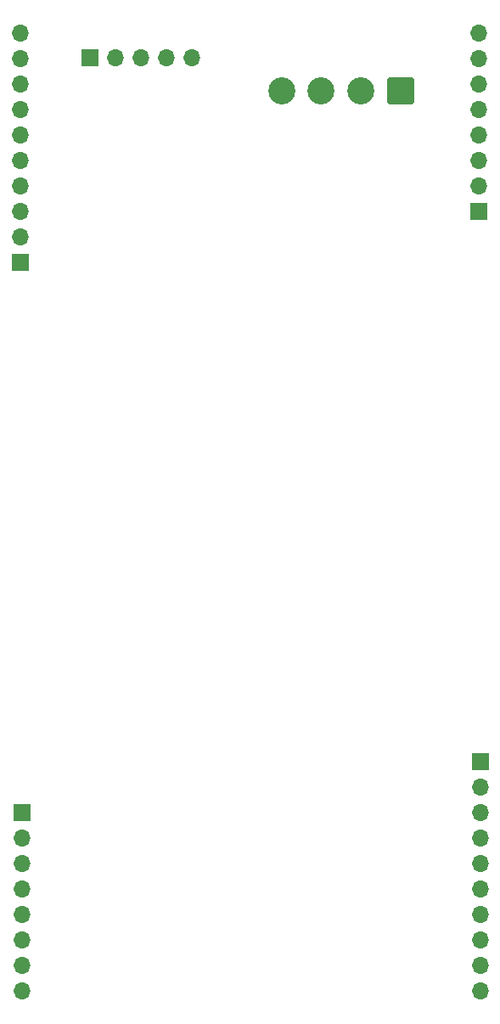
<source format=gbr>
%TF.GenerationSoftware,KiCad,Pcbnew,(5.1.9-0-10_14)*%
%TF.CreationDate,2021-04-02T13:04:38+02:00*%
%TF.ProjectId,W-DAC Piggy Board,572d4441-4320-4506-9967-677920426f61,rev?*%
%TF.SameCoordinates,Original*%
%TF.FileFunction,Soldermask,Top*%
%TF.FilePolarity,Negative*%
%FSLAX46Y46*%
G04 Gerber Fmt 4.6, Leading zero omitted, Abs format (unit mm)*
G04 Created by KiCad (PCBNEW (5.1.9-0-10_14)) date 2021-04-02 13:04:38*
%MOMM*%
%LPD*%
G01*
G04 APERTURE LIST*
%ADD10O,1.700000X1.700000*%
%ADD11R,1.700000X1.700000*%
%ADD12C,2.700000*%
G04 APERTURE END LIST*
D10*
%TO.C,J1*%
X144160000Y-44750000D03*
X141620000Y-44750000D03*
X139080000Y-44750000D03*
X136540000Y-44750000D03*
D11*
X134000000Y-44750000D03*
%TD*%
D12*
%TO.C,J6*%
X153120000Y-48000000D03*
X157080000Y-48000000D03*
X161040000Y-48000000D03*
G36*
G01*
X166350000Y-46900001D02*
X166350000Y-49099999D01*
G75*
G02*
X166099999Y-49350000I-250001J0D01*
G01*
X163900001Y-49350000D01*
G75*
G02*
X163650000Y-49099999I0J250001D01*
G01*
X163650000Y-46900001D01*
G75*
G02*
X163900001Y-46650000I250001J0D01*
G01*
X166099999Y-46650000D01*
G75*
G02*
X166350000Y-46900001I0J-250001D01*
G01*
G37*
%TD*%
D10*
%TO.C,J5*%
X172920000Y-137780000D03*
X172920000Y-135240000D03*
X172920000Y-132700000D03*
X172920000Y-130160000D03*
X172920000Y-127620000D03*
X172920000Y-125080000D03*
X172920000Y-122540000D03*
X172920000Y-120000000D03*
X172920000Y-117460000D03*
D11*
X172920000Y-114920000D03*
%TD*%
D10*
%TO.C,J2*%
X127200000Y-137780000D03*
X127200000Y-135240000D03*
X127200000Y-132700000D03*
X127200000Y-130160000D03*
X127200000Y-127620000D03*
X127200000Y-125080000D03*
X127200000Y-122540000D03*
D11*
X127200000Y-120000000D03*
%TD*%
D10*
%TO.C,J4*%
X172800000Y-42220000D03*
X172800000Y-44760000D03*
X172800000Y-47300000D03*
X172800000Y-49840000D03*
X172800000Y-52380000D03*
X172800000Y-54920000D03*
X172800000Y-57460000D03*
D11*
X172800000Y-60000000D03*
%TD*%
D10*
%TO.C,J3*%
X127080000Y-42220000D03*
X127080000Y-44760000D03*
X127080000Y-47300000D03*
X127080000Y-49840000D03*
X127080000Y-52380000D03*
X127080000Y-54920000D03*
X127080000Y-57460000D03*
X127080000Y-60000000D03*
X127080000Y-62540000D03*
D11*
X127080000Y-65080000D03*
%TD*%
M02*

</source>
